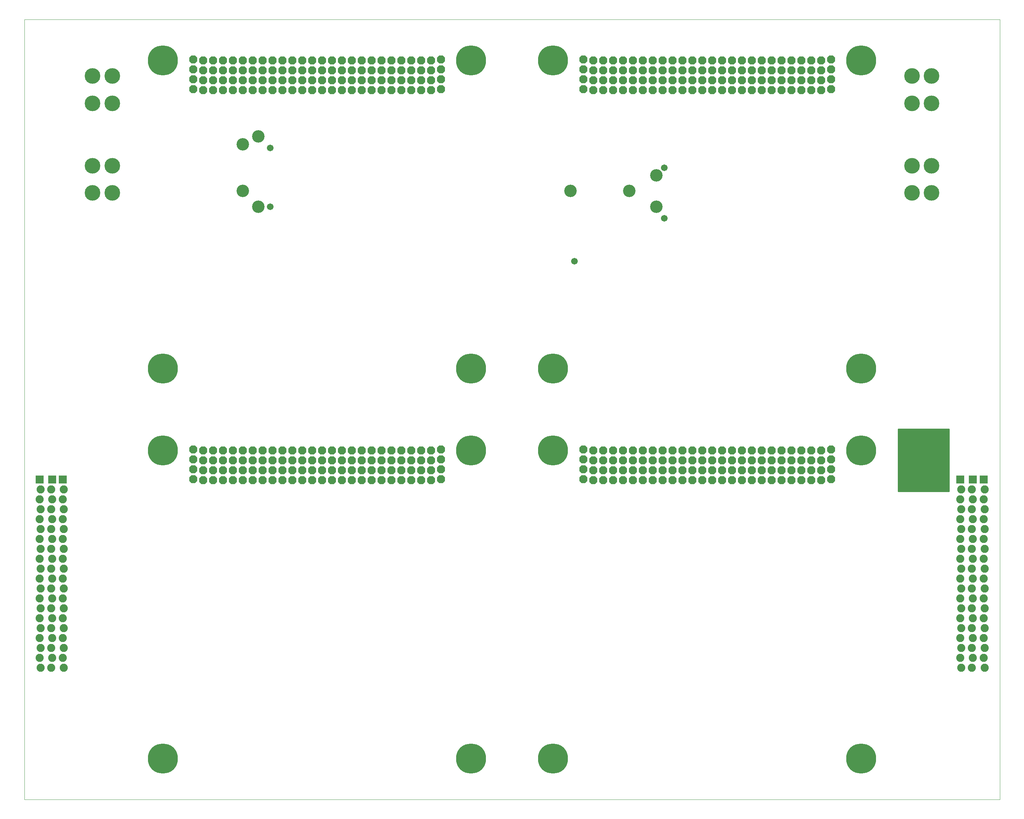
<source format=gts>
G75*
%MOIN*%
%OFA0B0*%
%FSLAX25Y25*%
%IPPOS*%
%LPD*%
%AMOC8*
5,1,8,0,0,1.08239X$1,22.5*
%
%ADD10C,0.00000*%
%ADD11C,0.01000*%
%ADD12C,0.30328*%
%ADD13OC8,0.08200*%
%ADD14C,0.15800*%
%ADD15R,0.08200X0.08200*%
%ADD16C,0.08200*%
%ADD17C,0.12611*%
%ADD18C,0.06706*%
%ADD19C,0.04369*%
D10*
X0001000Y0002000D02*
X0001000Y0789402D01*
X0985252Y0789402D01*
X0985252Y0002000D01*
X0001000Y0002000D01*
D11*
X0882890Y0313024D02*
X0934071Y0313024D01*
X0934071Y0376016D01*
X0882890Y0376016D01*
X0882890Y0313024D01*
X0882890Y0313823D02*
X0934071Y0313823D01*
X0934071Y0314821D02*
X0882890Y0314821D01*
X0882890Y0315820D02*
X0934071Y0315820D01*
X0934071Y0316818D02*
X0882890Y0316818D01*
X0882890Y0317817D02*
X0934071Y0317817D01*
X0934071Y0318815D02*
X0882890Y0318815D01*
X0882890Y0319814D02*
X0934071Y0319814D01*
X0934071Y0320812D02*
X0882890Y0320812D01*
X0882890Y0321811D02*
X0934071Y0321811D01*
X0934071Y0322809D02*
X0882890Y0322809D01*
X0882890Y0323808D02*
X0934071Y0323808D01*
X0934071Y0324806D02*
X0882890Y0324806D01*
X0882890Y0325805D02*
X0934071Y0325805D01*
X0934071Y0326804D02*
X0882890Y0326804D01*
X0882890Y0327802D02*
X0934071Y0327802D01*
X0934071Y0328801D02*
X0882890Y0328801D01*
X0882890Y0329799D02*
X0934071Y0329799D01*
X0934071Y0330798D02*
X0882890Y0330798D01*
X0882890Y0331796D02*
X0934071Y0331796D01*
X0934071Y0332795D02*
X0882890Y0332795D01*
X0882890Y0333793D02*
X0934071Y0333793D01*
X0934071Y0334792D02*
X0882890Y0334792D01*
X0882890Y0335790D02*
X0934071Y0335790D01*
X0934071Y0336789D02*
X0882890Y0336789D01*
X0882890Y0337787D02*
X0934071Y0337787D01*
X0934071Y0338786D02*
X0882890Y0338786D01*
X0882890Y0339784D02*
X0934071Y0339784D01*
X0934071Y0340783D02*
X0882890Y0340783D01*
X0882890Y0341781D02*
X0934071Y0341781D01*
X0934071Y0342780D02*
X0882890Y0342780D01*
X0882890Y0343778D02*
X0934071Y0343778D01*
X0934071Y0344777D02*
X0882890Y0344777D01*
X0882890Y0345775D02*
X0934071Y0345775D01*
X0934071Y0346774D02*
X0882890Y0346774D01*
X0882890Y0347772D02*
X0934071Y0347772D01*
X0934071Y0348771D02*
X0882890Y0348771D01*
X0882890Y0349769D02*
X0934071Y0349769D01*
X0934071Y0350768D02*
X0882890Y0350768D01*
X0882890Y0351766D02*
X0934071Y0351766D01*
X0934071Y0352765D02*
X0882890Y0352765D01*
X0882890Y0353763D02*
X0934071Y0353763D01*
X0934071Y0354762D02*
X0882890Y0354762D01*
X0882890Y0355760D02*
X0934071Y0355760D01*
X0934071Y0356759D02*
X0882890Y0356759D01*
X0882890Y0357757D02*
X0934071Y0357757D01*
X0934071Y0358756D02*
X0882890Y0358756D01*
X0882890Y0359754D02*
X0934071Y0359754D01*
X0934071Y0360753D02*
X0882890Y0360753D01*
X0882890Y0361751D02*
X0934071Y0361751D01*
X0934071Y0362750D02*
X0882890Y0362750D01*
X0882890Y0363748D02*
X0934071Y0363748D01*
X0934071Y0364747D02*
X0882890Y0364747D01*
X0882890Y0365745D02*
X0934071Y0365745D01*
X0934071Y0366744D02*
X0882890Y0366744D01*
X0882890Y0367742D02*
X0934071Y0367742D01*
X0934071Y0368741D02*
X0882890Y0368741D01*
X0882890Y0369739D02*
X0934071Y0369739D01*
X0934071Y0370738D02*
X0882890Y0370738D01*
X0882890Y0371737D02*
X0934071Y0371737D01*
X0934071Y0372735D02*
X0882890Y0372735D01*
X0882890Y0373734D02*
X0934071Y0373734D01*
X0934071Y0374732D02*
X0882890Y0374732D01*
X0882890Y0375731D02*
X0934071Y0375731D01*
D12*
X0845488Y0354362D03*
X0845488Y0437039D03*
X0534465Y0437039D03*
X0451787Y0437039D03*
X0451787Y0354362D03*
X0534465Y0354362D03*
X0534465Y0043339D03*
X0451787Y0043339D03*
X0140764Y0043339D03*
X0140764Y0354362D03*
X0140764Y0437039D03*
X0140764Y0748063D03*
X0451787Y0748063D03*
X0534465Y0748063D03*
X0845488Y0748063D03*
X0845488Y0043339D03*
D13*
X0814976Y0325362D03*
X0814976Y0335362D03*
X0814976Y0345362D03*
X0814976Y0355362D03*
X0804976Y0354362D03*
X0794976Y0354362D03*
X0784976Y0354362D03*
X0774976Y0354362D03*
X0764976Y0354362D03*
X0754976Y0354362D03*
X0744976Y0354362D03*
X0734976Y0354362D03*
X0724976Y0354362D03*
X0714976Y0354362D03*
X0704976Y0354362D03*
X0694976Y0354362D03*
X0684976Y0354362D03*
X0674976Y0354362D03*
X0664976Y0354362D03*
X0654976Y0354362D03*
X0644976Y0354362D03*
X0634976Y0354362D03*
X0624976Y0354362D03*
X0614976Y0354362D03*
X0604976Y0354362D03*
X0594976Y0354362D03*
X0584976Y0354362D03*
X0574976Y0354362D03*
X0574976Y0344362D03*
X0574976Y0334362D03*
X0574976Y0324362D03*
X0584976Y0324362D03*
X0584976Y0334362D03*
X0584976Y0344362D03*
X0594976Y0344362D03*
X0594976Y0334362D03*
X0594976Y0324362D03*
X0604976Y0324362D03*
X0604976Y0334362D03*
X0604976Y0344362D03*
X0614976Y0344362D03*
X0614976Y0334362D03*
X0614976Y0324362D03*
X0624976Y0324362D03*
X0624976Y0334362D03*
X0624976Y0344362D03*
X0634976Y0344362D03*
X0634976Y0334362D03*
X0634976Y0324362D03*
X0644976Y0324362D03*
X0644976Y0334362D03*
X0644976Y0344362D03*
X0654976Y0344362D03*
X0654976Y0334362D03*
X0654976Y0324362D03*
X0664976Y0324362D03*
X0664976Y0334362D03*
X0664976Y0344362D03*
X0674976Y0344362D03*
X0674976Y0334362D03*
X0674976Y0324362D03*
X0684976Y0324362D03*
X0684976Y0334362D03*
X0684976Y0344362D03*
X0694976Y0344362D03*
X0694976Y0334362D03*
X0694976Y0324362D03*
X0704976Y0324362D03*
X0704976Y0334362D03*
X0704976Y0344362D03*
X0714976Y0344362D03*
X0714976Y0334362D03*
X0714976Y0324362D03*
X0724976Y0324362D03*
X0724976Y0334362D03*
X0724976Y0344362D03*
X0734976Y0344362D03*
X0734976Y0334362D03*
X0734976Y0324362D03*
X0744976Y0324362D03*
X0744976Y0334362D03*
X0744976Y0344362D03*
X0754976Y0344362D03*
X0754976Y0334362D03*
X0754976Y0324362D03*
X0764976Y0324362D03*
X0764976Y0334362D03*
X0764976Y0344362D03*
X0774976Y0344362D03*
X0774976Y0334362D03*
X0774976Y0324362D03*
X0784976Y0324362D03*
X0784976Y0334362D03*
X0784976Y0344362D03*
X0794976Y0344362D03*
X0794976Y0334362D03*
X0794976Y0324362D03*
X0804976Y0324362D03*
X0804976Y0334362D03*
X0804976Y0344362D03*
X0564976Y0345362D03*
X0564976Y0335362D03*
X0564976Y0325362D03*
X0564976Y0355362D03*
X0421276Y0355362D03*
X0421276Y0345362D03*
X0421276Y0335362D03*
X0421276Y0325362D03*
X0411276Y0324362D03*
X0411276Y0334362D03*
X0411276Y0344362D03*
X0411276Y0354362D03*
X0401276Y0354362D03*
X0401276Y0344362D03*
X0401276Y0334362D03*
X0401276Y0324362D03*
X0391276Y0324362D03*
X0391276Y0334362D03*
X0391276Y0344362D03*
X0391276Y0354362D03*
X0381276Y0354362D03*
X0381276Y0344362D03*
X0381276Y0334362D03*
X0381276Y0324362D03*
X0371276Y0324362D03*
X0371276Y0334362D03*
X0371276Y0344362D03*
X0371276Y0354362D03*
X0361276Y0354362D03*
X0361276Y0344362D03*
X0361276Y0334362D03*
X0361276Y0324362D03*
X0351276Y0324362D03*
X0351276Y0334362D03*
X0351276Y0344362D03*
X0351276Y0354362D03*
X0341276Y0354362D03*
X0341276Y0344362D03*
X0341276Y0334362D03*
X0341276Y0324362D03*
X0331276Y0324362D03*
X0331276Y0334362D03*
X0331276Y0344362D03*
X0331276Y0354362D03*
X0321276Y0354362D03*
X0321276Y0344362D03*
X0321276Y0334362D03*
X0321276Y0324362D03*
X0311276Y0324362D03*
X0311276Y0334362D03*
X0311276Y0344362D03*
X0311276Y0354362D03*
X0301276Y0354362D03*
X0301276Y0344362D03*
X0301276Y0334362D03*
X0301276Y0324362D03*
X0291276Y0324362D03*
X0291276Y0334362D03*
X0291276Y0344362D03*
X0291276Y0354362D03*
X0281276Y0354362D03*
X0281276Y0344362D03*
X0281276Y0334362D03*
X0281276Y0324362D03*
X0271276Y0324362D03*
X0271276Y0334362D03*
X0271276Y0344362D03*
X0271276Y0354362D03*
X0261276Y0354362D03*
X0261276Y0344362D03*
X0261276Y0334362D03*
X0261276Y0324362D03*
X0251276Y0324362D03*
X0251276Y0334362D03*
X0251276Y0344362D03*
X0251276Y0354362D03*
X0241276Y0354362D03*
X0241276Y0344362D03*
X0241276Y0334362D03*
X0241276Y0324362D03*
X0231276Y0324362D03*
X0231276Y0334362D03*
X0231276Y0344362D03*
X0231276Y0354362D03*
X0221276Y0354362D03*
X0221276Y0344362D03*
X0221276Y0334362D03*
X0221276Y0324362D03*
X0211276Y0324362D03*
X0211276Y0334362D03*
X0211276Y0344362D03*
X0211276Y0354362D03*
X0201276Y0354362D03*
X0201276Y0344362D03*
X0201276Y0334362D03*
X0201276Y0324362D03*
X0191276Y0324362D03*
X0191276Y0334362D03*
X0191276Y0344362D03*
X0191276Y0354362D03*
X0181276Y0354362D03*
X0181276Y0344362D03*
X0181276Y0334362D03*
X0181276Y0324362D03*
X0171276Y0325362D03*
X0171276Y0335362D03*
X0171276Y0345362D03*
X0171276Y0355362D03*
X0181276Y0718063D03*
X0191276Y0718063D03*
X0201276Y0718063D03*
X0211276Y0718063D03*
X0221276Y0718063D03*
X0231276Y0718063D03*
X0241276Y0718063D03*
X0251276Y0718063D03*
X0261276Y0718063D03*
X0271276Y0718063D03*
X0281276Y0718063D03*
X0291276Y0718063D03*
X0301276Y0718063D03*
X0311276Y0718063D03*
X0321276Y0718063D03*
X0331276Y0718063D03*
X0341276Y0718063D03*
X0351276Y0718063D03*
X0361276Y0718063D03*
X0371276Y0718063D03*
X0381276Y0718063D03*
X0391276Y0718063D03*
X0401276Y0718063D03*
X0411276Y0718063D03*
X0421276Y0719063D03*
X0421276Y0729063D03*
X0421276Y0739063D03*
X0421276Y0749063D03*
X0411276Y0748063D03*
X0411276Y0738063D03*
X0411276Y0728063D03*
X0401276Y0728063D03*
X0401276Y0738063D03*
X0401276Y0748063D03*
X0391276Y0748063D03*
X0391276Y0738063D03*
X0391276Y0728063D03*
X0381276Y0728063D03*
X0381276Y0738063D03*
X0381276Y0748063D03*
X0371276Y0748063D03*
X0371276Y0738063D03*
X0371276Y0728063D03*
X0361276Y0728063D03*
X0361276Y0738063D03*
X0361276Y0748063D03*
X0351276Y0748063D03*
X0351276Y0738063D03*
X0351276Y0728063D03*
X0341276Y0728063D03*
X0341276Y0738063D03*
X0341276Y0748063D03*
X0331276Y0748063D03*
X0331276Y0738063D03*
X0331276Y0728063D03*
X0321276Y0728063D03*
X0321276Y0738063D03*
X0321276Y0748063D03*
X0311276Y0748063D03*
X0311276Y0738063D03*
X0311276Y0728063D03*
X0301276Y0728063D03*
X0301276Y0738063D03*
X0301276Y0748063D03*
X0291276Y0748063D03*
X0291276Y0738063D03*
X0291276Y0728063D03*
X0281276Y0728063D03*
X0281276Y0738063D03*
X0281276Y0748063D03*
X0271276Y0748063D03*
X0271276Y0738063D03*
X0271276Y0728063D03*
X0261276Y0728063D03*
X0261276Y0738063D03*
X0261276Y0748063D03*
X0251276Y0748063D03*
X0251276Y0738063D03*
X0251276Y0728063D03*
X0241276Y0728063D03*
X0241276Y0738063D03*
X0241276Y0748063D03*
X0231276Y0748063D03*
X0231276Y0738063D03*
X0231276Y0728063D03*
X0221276Y0728063D03*
X0221276Y0738063D03*
X0221276Y0748063D03*
X0211276Y0748063D03*
X0211276Y0738063D03*
X0211276Y0728063D03*
X0201276Y0728063D03*
X0201276Y0738063D03*
X0201276Y0748063D03*
X0191276Y0748063D03*
X0191276Y0738063D03*
X0191276Y0728063D03*
X0181276Y0728063D03*
X0181276Y0738063D03*
X0181276Y0748063D03*
X0171276Y0749063D03*
X0171276Y0739063D03*
X0171276Y0729063D03*
X0171276Y0719063D03*
X0564976Y0719063D03*
X0574976Y0718063D03*
X0584976Y0718063D03*
X0594976Y0718063D03*
X0604976Y0718063D03*
X0614976Y0718063D03*
X0624976Y0718063D03*
X0634976Y0718063D03*
X0644976Y0718063D03*
X0654976Y0718063D03*
X0664976Y0718063D03*
X0674976Y0718063D03*
X0684976Y0718063D03*
X0694976Y0718063D03*
X0704976Y0718063D03*
X0714976Y0718063D03*
X0724976Y0718063D03*
X0734976Y0718063D03*
X0744976Y0718063D03*
X0754976Y0718063D03*
X0764976Y0718063D03*
X0774976Y0718063D03*
X0784976Y0718063D03*
X0794976Y0718063D03*
X0804976Y0718063D03*
X0814976Y0719063D03*
X0814976Y0729063D03*
X0814976Y0739063D03*
X0814976Y0749063D03*
X0804976Y0748063D03*
X0794976Y0748063D03*
X0784976Y0748063D03*
X0774976Y0748063D03*
X0764976Y0748063D03*
X0754976Y0748063D03*
X0744976Y0748063D03*
X0734976Y0748063D03*
X0724976Y0748063D03*
X0714976Y0748063D03*
X0704976Y0748063D03*
X0694976Y0748063D03*
X0684976Y0748063D03*
X0674976Y0748063D03*
X0664976Y0748063D03*
X0654976Y0748063D03*
X0644976Y0748063D03*
X0634976Y0748063D03*
X0624976Y0748063D03*
X0614976Y0748063D03*
X0604976Y0748063D03*
X0594976Y0748063D03*
X0584976Y0748063D03*
X0574976Y0748063D03*
X0574976Y0738063D03*
X0574976Y0728063D03*
X0584976Y0728063D03*
X0584976Y0738063D03*
X0594976Y0738063D03*
X0594976Y0728063D03*
X0604976Y0728063D03*
X0604976Y0738063D03*
X0614976Y0738063D03*
X0614976Y0728063D03*
X0624976Y0728063D03*
X0624976Y0738063D03*
X0634976Y0738063D03*
X0634976Y0728063D03*
X0644976Y0728063D03*
X0644976Y0738063D03*
X0654976Y0738063D03*
X0654976Y0728063D03*
X0664976Y0728063D03*
X0664976Y0738063D03*
X0674976Y0738063D03*
X0674976Y0728063D03*
X0684976Y0728063D03*
X0684976Y0738063D03*
X0694976Y0738063D03*
X0694976Y0728063D03*
X0704976Y0728063D03*
X0704976Y0738063D03*
X0714976Y0738063D03*
X0714976Y0728063D03*
X0724976Y0728063D03*
X0724976Y0738063D03*
X0734976Y0738063D03*
X0734976Y0728063D03*
X0744976Y0728063D03*
X0744976Y0738063D03*
X0754976Y0738063D03*
X0754976Y0728063D03*
X0764976Y0728063D03*
X0764976Y0738063D03*
X0774976Y0738063D03*
X0774976Y0728063D03*
X0784976Y0728063D03*
X0784976Y0738063D03*
X0794976Y0738063D03*
X0794976Y0728063D03*
X0804976Y0728063D03*
X0804976Y0738063D03*
X0564976Y0739063D03*
X0564976Y0749063D03*
X0564976Y0729063D03*
D14*
X0896662Y0732335D03*
X0916362Y0732335D03*
X0916362Y0704735D03*
X0896662Y0704735D03*
X0896662Y0641784D03*
X0916362Y0641784D03*
X0916362Y0614184D03*
X0896662Y0614184D03*
X0089590Y0614184D03*
X0069890Y0614184D03*
X0069890Y0641784D03*
X0089590Y0641784D03*
X0089590Y0704735D03*
X0069890Y0704735D03*
X0069890Y0732335D03*
X0089590Y0732335D03*
D15*
X0039870Y0324835D03*
X0029059Y0324835D03*
X0016248Y0324835D03*
X0945382Y0324835D03*
X0958193Y0324835D03*
X0969004Y0324835D03*
D16*
X0970004Y0314835D03*
X0969004Y0304835D03*
X0970004Y0294835D03*
X0969004Y0284835D03*
X0958193Y0284835D03*
X0957193Y0294835D03*
X0958193Y0304835D03*
X0957193Y0314835D03*
X0946382Y0314835D03*
X0945382Y0304835D03*
X0946382Y0294835D03*
X0945382Y0284835D03*
X0946382Y0274835D03*
X0945382Y0264835D03*
X0946382Y0254835D03*
X0957193Y0254835D03*
X0958193Y0264835D03*
X0957193Y0274835D03*
X0970004Y0274835D03*
X0969004Y0264835D03*
X0970004Y0254835D03*
X0969004Y0244835D03*
X0970004Y0234835D03*
X0969004Y0224835D03*
X0970004Y0214835D03*
X0958193Y0224835D03*
X0957193Y0234835D03*
X0958193Y0244835D03*
X0945382Y0244835D03*
X0946382Y0234835D03*
X0945382Y0224835D03*
X0946382Y0214835D03*
X0957193Y0214835D03*
X0958193Y0204835D03*
X0957193Y0194835D03*
X0958193Y0184835D03*
X0957193Y0174835D03*
X0946382Y0174835D03*
X0945382Y0184835D03*
X0946382Y0194835D03*
X0945382Y0204835D03*
X0969004Y0204835D03*
X0970004Y0194835D03*
X0969004Y0184835D03*
X0970004Y0174835D03*
X0969004Y0164835D03*
X0970004Y0154835D03*
X0969004Y0144835D03*
X0970004Y0134835D03*
X0958193Y0144835D03*
X0957193Y0154835D03*
X0958193Y0164835D03*
X0945382Y0164835D03*
X0946382Y0154835D03*
X0945382Y0144835D03*
X0946382Y0134835D03*
X0957193Y0134835D03*
X0040870Y0134835D03*
X0039870Y0144835D03*
X0040870Y0154835D03*
X0039870Y0164835D03*
X0040870Y0174835D03*
X0039870Y0184835D03*
X0040870Y0194835D03*
X0039870Y0204835D03*
X0040870Y0214835D03*
X0039870Y0224835D03*
X0040870Y0234835D03*
X0039870Y0244835D03*
X0040870Y0254835D03*
X0039870Y0264835D03*
X0040870Y0274835D03*
X0039870Y0284835D03*
X0040870Y0294835D03*
X0039870Y0304835D03*
X0040870Y0314835D03*
X0028059Y0314835D03*
X0029059Y0304835D03*
X0028059Y0294835D03*
X0029059Y0284835D03*
X0016248Y0284835D03*
X0017248Y0294835D03*
X0016248Y0304835D03*
X0017248Y0314835D03*
X0017248Y0274835D03*
X0016248Y0264835D03*
X0017248Y0254835D03*
X0028059Y0254835D03*
X0029059Y0264835D03*
X0028059Y0274835D03*
X0029059Y0244835D03*
X0028059Y0234835D03*
X0029059Y0224835D03*
X0028059Y0214835D03*
X0017248Y0214835D03*
X0016248Y0224835D03*
X0017248Y0234835D03*
X0016248Y0244835D03*
X0016248Y0204835D03*
X0017248Y0194835D03*
X0016248Y0184835D03*
X0017248Y0174835D03*
X0028059Y0174835D03*
X0029059Y0184835D03*
X0028059Y0194835D03*
X0029059Y0204835D03*
X0029059Y0164835D03*
X0028059Y0154835D03*
X0029059Y0144835D03*
X0028059Y0134835D03*
X0017248Y0134835D03*
X0016248Y0144835D03*
X0017248Y0154835D03*
X0016248Y0164835D03*
D17*
X0237220Y0600425D03*
X0221472Y0616173D03*
X0221472Y0663417D03*
X0237220Y0671291D03*
X0552181Y0616173D03*
X0611236Y0616173D03*
X0638795Y0600425D03*
X0638795Y0631921D03*
D18*
X0646669Y0639795D03*
X0646669Y0588614D03*
X0556118Y0545307D03*
X0249031Y0600425D03*
X0249031Y0659480D03*
D19*
X0890764Y0320898D03*
X0894701Y0324835D03*
X0898638Y0328772D03*
X0902575Y0332709D03*
X0906512Y0336646D03*
X0910449Y0340583D03*
X0914386Y0344520D03*
X0918323Y0348457D03*
X0922260Y0352394D03*
X0926197Y0356331D03*
M02*

</source>
